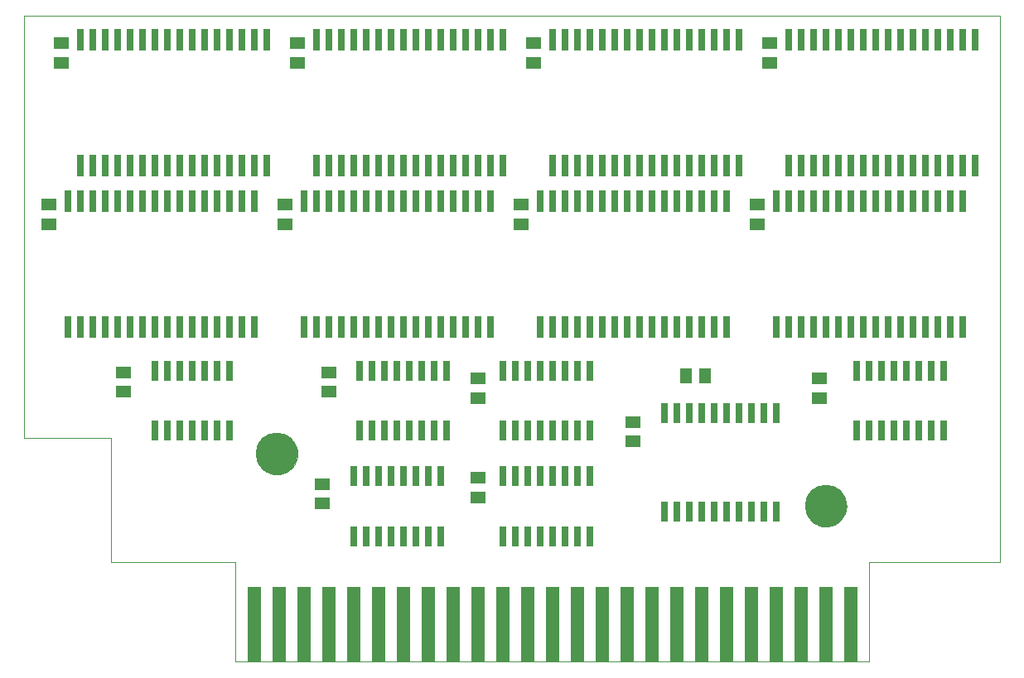
<source format=gts>
G75*
%MOIN*%
%OFA0B0*%
%FSLAX24Y24*%
%IPPOS*%
%LPD*%
%AMOC8*
5,1,8,0,0,1.08239X$1,22.5*
%
%ADD10C,0.0000*%
%ADD11R,0.0540X0.3040*%
%ADD12C,0.1694*%
%ADD13R,0.0300X0.0840*%
%ADD14R,0.0591X0.0473*%
%ADD15R,0.0276X0.0906*%
%ADD16R,0.0473X0.0591*%
D10*
X005180Y005180D02*
X010180Y005180D01*
X010180Y001180D01*
X035680Y001180D01*
X035680Y005180D01*
X040930Y005180D01*
X040930Y027180D01*
X001680Y027180D01*
X001680Y010180D01*
X005180Y010180D01*
X005180Y005180D01*
X011009Y009534D02*
X011011Y009591D01*
X011017Y009648D01*
X011027Y009704D01*
X011040Y009760D01*
X011058Y009814D01*
X011079Y009867D01*
X011104Y009918D01*
X011132Y009968D01*
X011164Y010015D01*
X011198Y010061D01*
X011236Y010103D01*
X011277Y010143D01*
X011320Y010181D01*
X011366Y010215D01*
X011414Y010245D01*
X011464Y010273D01*
X011516Y010297D01*
X011570Y010317D01*
X011624Y010333D01*
X011680Y010346D01*
X011736Y010355D01*
X011793Y010360D01*
X011850Y010361D01*
X011907Y010358D01*
X011964Y010351D01*
X012020Y010340D01*
X012075Y010326D01*
X012129Y010307D01*
X012182Y010285D01*
X012233Y010260D01*
X012282Y010230D01*
X012329Y010198D01*
X012374Y010162D01*
X012416Y010124D01*
X012455Y010082D01*
X012491Y010038D01*
X012525Y009992D01*
X012555Y009943D01*
X012581Y009893D01*
X012604Y009841D01*
X012623Y009787D01*
X012639Y009732D01*
X012651Y009676D01*
X012659Y009619D01*
X012663Y009563D01*
X012663Y009505D01*
X012659Y009449D01*
X012651Y009392D01*
X012639Y009336D01*
X012623Y009281D01*
X012604Y009227D01*
X012581Y009175D01*
X012555Y009125D01*
X012525Y009076D01*
X012491Y009030D01*
X012455Y008986D01*
X012416Y008944D01*
X012374Y008906D01*
X012329Y008870D01*
X012282Y008838D01*
X012233Y008808D01*
X012182Y008783D01*
X012129Y008761D01*
X012075Y008742D01*
X012020Y008728D01*
X011964Y008717D01*
X011907Y008710D01*
X011850Y008707D01*
X011793Y008708D01*
X011736Y008713D01*
X011680Y008722D01*
X011624Y008735D01*
X011570Y008751D01*
X011516Y008771D01*
X011464Y008795D01*
X011414Y008823D01*
X011366Y008853D01*
X011320Y008887D01*
X011277Y008925D01*
X011236Y008965D01*
X011198Y009007D01*
X011164Y009053D01*
X011132Y009100D01*
X011104Y009150D01*
X011079Y009201D01*
X011058Y009254D01*
X011040Y009308D01*
X011027Y009364D01*
X011017Y009420D01*
X011011Y009477D01*
X011009Y009534D01*
X033098Y007435D02*
X033100Y007492D01*
X033106Y007549D01*
X033116Y007605D01*
X033129Y007661D01*
X033147Y007715D01*
X033168Y007768D01*
X033193Y007819D01*
X033221Y007869D01*
X033253Y007916D01*
X033287Y007962D01*
X033325Y008004D01*
X033366Y008044D01*
X033409Y008082D01*
X033455Y008116D01*
X033503Y008146D01*
X033553Y008174D01*
X033605Y008198D01*
X033659Y008218D01*
X033713Y008234D01*
X033769Y008247D01*
X033825Y008256D01*
X033882Y008261D01*
X033939Y008262D01*
X033996Y008259D01*
X034053Y008252D01*
X034109Y008241D01*
X034164Y008227D01*
X034218Y008208D01*
X034271Y008186D01*
X034322Y008161D01*
X034371Y008131D01*
X034418Y008099D01*
X034463Y008063D01*
X034505Y008025D01*
X034544Y007983D01*
X034580Y007939D01*
X034614Y007893D01*
X034644Y007844D01*
X034670Y007794D01*
X034693Y007742D01*
X034712Y007688D01*
X034728Y007633D01*
X034740Y007577D01*
X034748Y007520D01*
X034752Y007464D01*
X034752Y007406D01*
X034748Y007350D01*
X034740Y007293D01*
X034728Y007237D01*
X034712Y007182D01*
X034693Y007128D01*
X034670Y007076D01*
X034644Y007026D01*
X034614Y006977D01*
X034580Y006931D01*
X034544Y006887D01*
X034505Y006845D01*
X034463Y006807D01*
X034418Y006771D01*
X034371Y006739D01*
X034322Y006709D01*
X034271Y006684D01*
X034218Y006662D01*
X034164Y006643D01*
X034109Y006629D01*
X034053Y006618D01*
X033996Y006611D01*
X033939Y006608D01*
X033882Y006609D01*
X033825Y006614D01*
X033769Y006623D01*
X033713Y006636D01*
X033659Y006652D01*
X033605Y006672D01*
X033553Y006696D01*
X033503Y006724D01*
X033455Y006754D01*
X033409Y006788D01*
X033366Y006826D01*
X033325Y006866D01*
X033287Y006908D01*
X033253Y006954D01*
X033221Y007001D01*
X033193Y007051D01*
X033168Y007102D01*
X033147Y007155D01*
X033129Y007209D01*
X033116Y007265D01*
X033106Y007321D01*
X033100Y007378D01*
X033098Y007435D01*
D11*
X032930Y002680D03*
X031930Y002680D03*
X030930Y002680D03*
X029930Y002680D03*
X028930Y002680D03*
X027930Y002680D03*
X026930Y002680D03*
X025930Y002680D03*
X024930Y002680D03*
X023930Y002680D03*
X022930Y002680D03*
X021930Y002680D03*
X020930Y002680D03*
X019930Y002680D03*
X018930Y002680D03*
X017930Y002680D03*
X016930Y002680D03*
X015930Y002680D03*
X014930Y002680D03*
X013930Y002680D03*
X012930Y002680D03*
X011930Y002680D03*
X010930Y002680D03*
X033930Y002680D03*
X034930Y002680D03*
D12*
X033925Y007435D03*
X011836Y009534D03*
D13*
X009930Y010470D03*
X009430Y010470D03*
X008930Y010470D03*
X008430Y010470D03*
X007930Y010470D03*
X007430Y010470D03*
X006930Y010470D03*
X006930Y012890D03*
X007430Y012890D03*
X007930Y012890D03*
X008430Y012890D03*
X008930Y012890D03*
X009430Y012890D03*
X009930Y012890D03*
X015180Y012890D03*
X015680Y012890D03*
X016180Y012890D03*
X016680Y012890D03*
X017180Y012890D03*
X017680Y012890D03*
X018180Y012890D03*
X018680Y012890D03*
X020930Y012890D03*
X021430Y012890D03*
X021930Y012890D03*
X022430Y012890D03*
X022930Y012890D03*
X023430Y012890D03*
X023930Y012890D03*
X024430Y012890D03*
X027430Y011160D03*
X027930Y011160D03*
X028430Y011160D03*
X028930Y011160D03*
X029430Y011160D03*
X029930Y011160D03*
X030430Y011160D03*
X030930Y011160D03*
X031430Y011160D03*
X031930Y011160D03*
X035180Y010470D03*
X035680Y010470D03*
X036180Y010470D03*
X036680Y010470D03*
X037180Y010470D03*
X037680Y010470D03*
X038180Y010470D03*
X038680Y010470D03*
X038680Y012890D03*
X038180Y012890D03*
X037680Y012890D03*
X037180Y012890D03*
X036680Y012890D03*
X036180Y012890D03*
X035680Y012890D03*
X035180Y012890D03*
X031930Y007200D03*
X031430Y007200D03*
X030930Y007200D03*
X030430Y007200D03*
X029930Y007200D03*
X029430Y007200D03*
X028930Y007200D03*
X028430Y007200D03*
X027930Y007200D03*
X027430Y007200D03*
X024430Y006220D03*
X023930Y006220D03*
X023430Y006220D03*
X022930Y006220D03*
X022430Y006220D03*
X021930Y006220D03*
X021430Y006220D03*
X020930Y006220D03*
X018430Y006220D03*
X017930Y006220D03*
X017430Y006220D03*
X016930Y006220D03*
X016430Y006220D03*
X015930Y006220D03*
X015430Y006220D03*
X014930Y006220D03*
X014930Y008640D03*
X015430Y008640D03*
X015930Y008640D03*
X016430Y008640D03*
X016930Y008640D03*
X017430Y008640D03*
X017930Y008640D03*
X018430Y008640D03*
X020930Y008640D03*
X021430Y008640D03*
X021930Y008640D03*
X022430Y008640D03*
X022930Y008640D03*
X023430Y008640D03*
X023930Y008640D03*
X024430Y008640D03*
X024430Y010470D03*
X023930Y010470D03*
X023430Y010470D03*
X022930Y010470D03*
X022430Y010470D03*
X021930Y010470D03*
X021430Y010470D03*
X020930Y010470D03*
X018680Y010470D03*
X018180Y010470D03*
X017680Y010470D03*
X017180Y010470D03*
X016680Y010470D03*
X016180Y010470D03*
X015680Y010470D03*
X015180Y010470D03*
D14*
X013930Y012036D03*
X013930Y012824D03*
X019930Y012574D03*
X019930Y011786D03*
X019930Y008574D03*
X019930Y007786D03*
X013680Y007536D03*
X013680Y008324D03*
X005680Y012036D03*
X005680Y012824D03*
X002680Y018786D03*
X002680Y019574D03*
X003180Y025286D03*
X003180Y026074D03*
X012680Y026074D03*
X012680Y025286D03*
X012180Y019574D03*
X012180Y018786D03*
X021680Y018786D03*
X021680Y019574D03*
X022180Y025286D03*
X022180Y026074D03*
X031680Y026074D03*
X031680Y025286D03*
X031180Y019574D03*
X031180Y018786D03*
X033680Y012574D03*
X033680Y011786D03*
X026180Y010824D03*
X026180Y010036D03*
D15*
X025930Y014654D03*
X025430Y014654D03*
X024930Y014654D03*
X024430Y014654D03*
X023930Y014654D03*
X023430Y014654D03*
X022930Y014654D03*
X022430Y014654D03*
X020430Y014654D03*
X019930Y014654D03*
X019430Y014654D03*
X018930Y014654D03*
X018430Y014654D03*
X017930Y014654D03*
X017430Y014654D03*
X016930Y014654D03*
X016430Y014654D03*
X015930Y014654D03*
X015430Y014654D03*
X014930Y014654D03*
X014430Y014654D03*
X013930Y014654D03*
X013430Y014654D03*
X012930Y014654D03*
X010930Y014654D03*
X010430Y014654D03*
X009930Y014654D03*
X009430Y014654D03*
X008930Y014654D03*
X008430Y014654D03*
X007930Y014654D03*
X007430Y014654D03*
X006930Y014654D03*
X006430Y014654D03*
X005930Y014654D03*
X005430Y014654D03*
X004930Y014654D03*
X004430Y014654D03*
X003930Y014654D03*
X003430Y014654D03*
X003430Y019706D03*
X003930Y019706D03*
X004430Y019706D03*
X004930Y019706D03*
X005430Y019706D03*
X005930Y019706D03*
X006430Y019706D03*
X006930Y019706D03*
X007430Y019706D03*
X007930Y019706D03*
X008430Y019706D03*
X008930Y019706D03*
X009430Y019706D03*
X009930Y019706D03*
X010430Y019706D03*
X010930Y019706D03*
X010930Y021154D03*
X010430Y021154D03*
X009930Y021154D03*
X009430Y021154D03*
X008930Y021154D03*
X008430Y021154D03*
X007930Y021154D03*
X007430Y021154D03*
X006930Y021154D03*
X006430Y021154D03*
X005930Y021154D03*
X005430Y021154D03*
X004930Y021154D03*
X004430Y021154D03*
X003930Y021154D03*
X011430Y021154D03*
X013430Y021154D03*
X013930Y021154D03*
X014430Y021154D03*
X014930Y021154D03*
X015430Y021154D03*
X015930Y021154D03*
X016430Y021154D03*
X016930Y021154D03*
X017430Y021154D03*
X017930Y021154D03*
X018430Y021154D03*
X018930Y021154D03*
X019430Y021154D03*
X019930Y021154D03*
X020430Y021154D03*
X020930Y021154D03*
X020430Y019706D03*
X019930Y019706D03*
X019430Y019706D03*
X018930Y019706D03*
X018430Y019706D03*
X017930Y019706D03*
X017430Y019706D03*
X016930Y019706D03*
X016430Y019706D03*
X015930Y019706D03*
X015430Y019706D03*
X014930Y019706D03*
X014430Y019706D03*
X013930Y019706D03*
X013430Y019706D03*
X012930Y019706D03*
X022430Y019706D03*
X022930Y019706D03*
X023430Y019706D03*
X023930Y019706D03*
X024430Y019706D03*
X024930Y019706D03*
X025430Y019706D03*
X025930Y019706D03*
X026430Y019706D03*
X026930Y019706D03*
X027430Y019706D03*
X027930Y019706D03*
X028430Y019706D03*
X028930Y019706D03*
X029430Y019706D03*
X029930Y019706D03*
X029930Y021154D03*
X029430Y021154D03*
X028930Y021154D03*
X028430Y021154D03*
X027930Y021154D03*
X027430Y021154D03*
X026930Y021154D03*
X026430Y021154D03*
X025930Y021154D03*
X025430Y021154D03*
X024930Y021154D03*
X024430Y021154D03*
X023930Y021154D03*
X023430Y021154D03*
X022930Y021154D03*
X030430Y021154D03*
X032430Y021154D03*
X032930Y021154D03*
X033430Y021154D03*
X033930Y021154D03*
X034430Y021154D03*
X034930Y021154D03*
X035430Y021154D03*
X035930Y021154D03*
X036430Y021154D03*
X036930Y021154D03*
X037430Y021154D03*
X037930Y021154D03*
X038430Y021154D03*
X038930Y021154D03*
X039430Y021154D03*
X039930Y021154D03*
X039430Y019706D03*
X038930Y019706D03*
X038430Y019706D03*
X037930Y019706D03*
X037430Y019706D03*
X036930Y019706D03*
X036430Y019706D03*
X035930Y019706D03*
X035430Y019706D03*
X034930Y019706D03*
X034430Y019706D03*
X033930Y019706D03*
X033430Y019706D03*
X032930Y019706D03*
X032430Y019706D03*
X031930Y019706D03*
X031930Y014654D03*
X032430Y014654D03*
X032930Y014654D03*
X033430Y014654D03*
X033930Y014654D03*
X034430Y014654D03*
X034930Y014654D03*
X035430Y014654D03*
X035930Y014654D03*
X036430Y014654D03*
X036930Y014654D03*
X037430Y014654D03*
X037930Y014654D03*
X038430Y014654D03*
X038930Y014654D03*
X039430Y014654D03*
X029930Y014654D03*
X029430Y014654D03*
X028930Y014654D03*
X028430Y014654D03*
X027930Y014654D03*
X027430Y014654D03*
X026930Y014654D03*
X026430Y014654D03*
X026430Y026206D03*
X025930Y026206D03*
X025430Y026206D03*
X024930Y026206D03*
X024430Y026206D03*
X023930Y026206D03*
X023430Y026206D03*
X022930Y026206D03*
X020930Y026206D03*
X020430Y026206D03*
X019930Y026206D03*
X019430Y026206D03*
X018930Y026206D03*
X018430Y026206D03*
X017930Y026206D03*
X017430Y026206D03*
X016930Y026206D03*
X016430Y026206D03*
X015930Y026206D03*
X015430Y026206D03*
X014930Y026206D03*
X014430Y026206D03*
X013930Y026206D03*
X013430Y026206D03*
X011430Y026206D03*
X010930Y026206D03*
X010430Y026206D03*
X009930Y026206D03*
X009430Y026206D03*
X008930Y026206D03*
X008430Y026206D03*
X007930Y026206D03*
X007430Y026206D03*
X006930Y026206D03*
X006430Y026206D03*
X005930Y026206D03*
X005430Y026206D03*
X004930Y026206D03*
X004430Y026206D03*
X003930Y026206D03*
X026930Y026206D03*
X027430Y026206D03*
X027930Y026206D03*
X028430Y026206D03*
X028930Y026206D03*
X029430Y026206D03*
X029930Y026206D03*
X030430Y026206D03*
X032430Y026206D03*
X032930Y026206D03*
X033430Y026206D03*
X033930Y026206D03*
X034430Y026206D03*
X034930Y026206D03*
X035430Y026206D03*
X035930Y026206D03*
X036430Y026206D03*
X036930Y026206D03*
X037430Y026206D03*
X037930Y026206D03*
X038430Y026206D03*
X038930Y026206D03*
X039430Y026206D03*
X039930Y026206D03*
D16*
X029074Y012680D03*
X028286Y012680D03*
M02*

</source>
